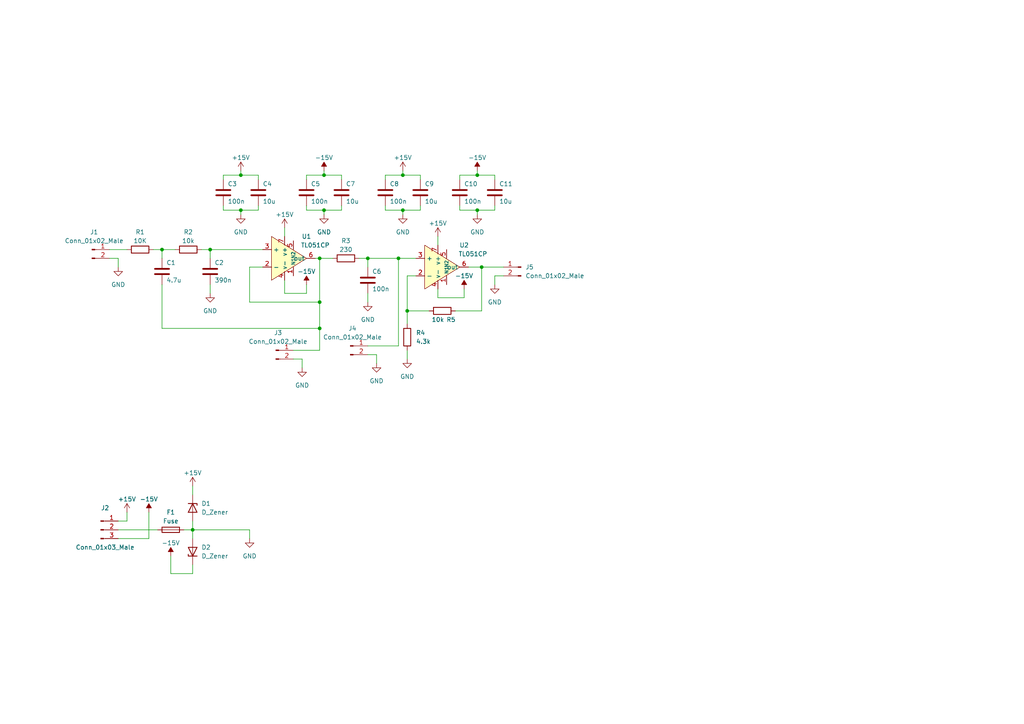
<source format=kicad_sch>
(kicad_sch (version 20211123) (generator eeschema)
  (paper "A4")
  (lib_symbols
    (symbol "Connector:Conn_01x02_Male" (pin_names (offset 1.016) hide)
      (property "Reference" "J" (at 0 2.54 0))
      (property "Value" "Conn_01x02_Male" (at 0 -5.08 0))
      (symbol "Conn_01x02_Male_1_1"
        (polyline (pts (xy 1.27 -2.54) (xy 0.8636 -2.54)) (stroke (width 0.1524)))
        (polyline (pts (xy 1.27 0) (xy 0.8636 0)) (stroke (width 0.1524)))
        (rectangle (start 0.8636 -2.413) (end 0 -2.667) (stroke (width 0.1524)) (fill (type outline)))
        (rectangle (start 0.8636 0.127) (end 0 -0.127) (stroke (width 0.1524)) (fill (type outline)))
        (pin passive line (at 5.08 0 180) (length 3.81) (name "Pin_1") (number "1"))
        (pin passive line (at 5.08 -2.54 180) (length 3.81) (name "Pin_2") (number "2"))
      )
    )
    (symbol "Connector:Conn_01x03_Male" (pin_names (offset 1.016) hide)
      (property "Reference" "J" (at 0 5.08 0))
      (property "Value" "Conn_01x03_Male" (at 0 -5.08 0))
      (symbol "Conn_01x03_Male_1_1"
        (polyline (pts (xy 1.27 -2.54) (xy 0.8636 -2.54)) (stroke (width 0.1524)))
        (polyline (pts (xy 1.27 0) (xy 0.8636 0)) (stroke (width 0.1524)))
        (polyline (pts (xy 1.27 2.54) (xy 0.8636 2.54)) (stroke (width 0.1524)))
        (rectangle (start 0.8636 -2.413) (end 0 -2.667) (stroke (width 0.1524)) (fill (type outline)))
        (rectangle (start 0.8636 0.127) (end 0 -0.127) (stroke (width 0.1524)) (fill (type outline)))
        (rectangle (start 0.8636 2.667) (end 0 2.413) (stroke (width 0.1524)) (fill (type outline)))
        (pin passive line (at 5.08 2.54 180) (length 3.81) (name "Pin_1") (number "1"))
        (pin passive line (at 5.08 0 180) (length 3.81) (name "Pin_2") (number "2"))
        (pin passive line (at 5.08 -2.54 180) (length 3.81) (name "Pin_3") (number "3"))
      )
    )
    (symbol "Device:C" (pin_numbers hide) (pin_names (offset 0.254))
      (property "Reference" "C" (at 0.635 2.54 0))
      (property "Value" "C" (at 0.635 -2.54 0))
      (symbol "C_0_1"
        (polyline (pts (xy -2.032 -0.762) (xy 2.032 -0.762)) (stroke (width 0.508)))
        (polyline (pts (xy -2.032 0.762) (xy 2.032 0.762)) (stroke (width 0.508)))
      )
      (symbol "C_1_1"
        (pin passive line (at 0 3.81 270) (length 2.794) (name "~") (number "1"))
        (pin passive line (at 0 -3.81 90) (length 2.794) (name "~") (number "2"))
      )
    )
    (symbol "Device:D_Zener" (pin_numbers hide) (pin_names (offset 1.016) hide)
      (property "Reference" "D" (at 0 2.54 0))
      (property "Value" "D_Zener" (at 0 -2.54 0))
      (symbol "D_Zener_0_1"
        (polyline (pts (xy 1.27 0) (xy -1.27 0)))
        (polyline (pts (xy -1.27 -1.27) (xy -1.27 1.27) (xy -0.762 1.27)) (stroke (width 0.254)))
        (polyline (pts (xy 1.27 -1.27) (xy 1.27 1.27) (xy -1.27 0) (xy 1.27 -1.27)) (stroke (width 0.254)))
      )
      (symbol "D_Zener_1_1"
        (pin passive line (at -3.81 0 0) (length 2.54) (name "K") (number "1"))
        (pin passive line (at 3.81 0 180) (length 2.54) (name "A") (number "2"))
      )
    )
    (symbol "Device:Fuse" (pin_numbers hide) (pin_names (offset 0))
      (property "Reference" "F" (at 2.032 0 90))
      (property "Value" "Fuse" (at -1.905 0 90))
      (symbol "Fuse_0_1"
        (rectangle (start -0.762 -2.54) (end 0.762 2.54) (stroke (width 0.254)))
        (polyline (pts (xy 0 2.54) (xy 0 -2.54)))
      )
      (symbol "Fuse_1_1"
        (pin passive line (at 0 3.81 270) (length 1.27) (name "~") (number "1"))
        (pin passive line (at 0 -3.81 90) (length 1.27) (name "~") (number "2"))
      )
    )
    (symbol "Device:R" (pin_numbers hide) (pin_names (offset 0))
      (property "Reference" "R" (at 2.032 0 90))
      (property "Value" "R" (at 0 0 90))
      (symbol "R_0_1"
        (rectangle (start -1.016 -2.54) (end 1.016 2.54) (stroke (width 0.254)))
      )
      (symbol "R_1_1"
        (pin passive line (at 0 3.81 270) (length 1.27) (name "~") (number "1"))
        (pin passive line (at 0 -3.81 90) (length 1.27) (name "~") (number "2"))
      )
    )
    (symbol "opamps:TL051CP"
      (property "Reference" "U" (at 5.08 5.08 0))
      (property "Value" "TL051CP" (at 8.89 2.54 0))
      (symbol "TL051CP_0_1"
        (polyline (pts (xy -3.81 5.08) (xy -3.81 -6.35) (xy 6.35 0) (xy -3.81 6.35) (xy -3.81 1.27)) (fill (type background)))
      )
      (symbol "TL051CP_1_1"
        (pin power_in line (at 2.54 -5.08 90) (length 2.54) (name "N1") (number "1"))
        (pin input line (at -6.35 -2.54 0) (length 2.54) (name "-") (number "2"))
        (pin input line (at -6.35 2.54 0) (length 2.54) (name "+") (number "3"))
        (pin power_in line (at 0 -6.35 90) (length 2.54) (name "v-") (number "4"))
        (pin power_in line (at 2.54 5.08 270) (length 2.54) (name "N2") (number "5"))
        (pin output line (at 8.89 0 180) (length 2.54) (name "out") (number "6"))
        (pin power_in line (at 0 6.35 270) (length 2.54) (name "v+") (number "7"))
      )
    )
    (symbol "power:+15V" (power) (pin_names (offset 0))
      (property "Value" "+15V" (at 0 3.556 0))
      (symbol "+15V_0_1"
        (polyline (pts (xy -0.762 1.27) (xy 0 2.54)))
        (polyline (pts (xy 0 0) (xy 0 2.54)))
        (polyline (pts (xy 0 2.54) (xy 0.762 1.27)))
      )
      (symbol "+15V_1_1"
        (pin power_in line (at 0 0 90) (length 0) hide (name "+15V") (number "1"))
      )
    )
    (symbol "power:-15V" (power) (pin_names (offset 0))
      (property "Value" "-15V" (at 0 3.81 0))
      (symbol "-15V_0_0"
        (pin power_in line (at 0 0 90) (length 0) hide (name "-15V") (number "1"))
      )
      (symbol "-15V_0_1"
        (polyline (pts (xy 0 0) (xy 0 1.27) (xy 0.762 1.27) (xy 0 2.54) (xy -0.762 1.27) (xy 0 1.27)) (fill (type outline)))
      )
    )
    (symbol "power:GND" (power) (pin_names (offset 0))
      (property "Value" "GND" (at 0 -3.81 0))
      (symbol "GND_0_1"
        (polyline (pts (xy 0 0) (xy 0 -1.27) (xy 1.27 -1.27) (xy 0 -2.54) (xy -1.27 -1.27) (xy 0 -1.27)))
      )
      (symbol "GND_1_1"
        (pin power_in line (at 0 0 270) (length 0) hide (name "GND") (number "1"))
      )
    )
  )
  (junction (at 116.84 60.96))
  (junction (at 106.68 74.93))
  (junction (at 46.99 72.39))
  (junction (at 138.43 60.96))
  (junction (at 139.7 77.47))
  (junction (at 92.71 87.63))
  (junction (at 118.11 90.17))
  (junction (at 93.98 50.8))
  (junction (at 60.96 72.39))
  (junction (at 69.85 50.8))
  (junction (at 55.88 153.67))
  (junction (at 138.43 50.8))
  (junction (at 93.98 60.96))
  (junction (at 116.84 50.8))
  (junction (at 92.71 95.25))
  (junction (at 92.71 74.93))
  (junction (at 69.85 60.96))
  (junction (at 115.57 74.93))
  (wire (pts (xy 46.99 72.39) (xy 46.99 74.93)))
  (wire (pts (xy 64.77 52.07) (xy 64.77 50.8)))
  (wire (pts (xy 116.84 60.96) (xy 121.92 60.96)))
  (wire (pts (xy 72.39 156.21) (xy 72.39 153.67)))
  (wire (pts (xy 99.06 50.8) (xy 99.06 52.07)))
  (wire (pts (xy 138.43 60.96) (xy 138.43 62.23)))
  (wire (pts (xy 82.55 66.04) (xy 82.55 68.58)))
  (wire (pts (xy 69.85 50.8) (xy 74.93 50.8)))
  (wire (pts (xy 106.68 100.33) (xy 115.57 100.33)))
  (wire (pts (xy 74.93 50.8) (xy 74.93 52.07)))
  (wire (pts (xy 135.89 77.47) (xy 139.7 77.47)))
  (wire (pts (xy 92.71 101.6) (xy 92.71 95.25)))
  (wire (pts (xy 143.51 50.8) (xy 143.51 52.07)))
  (wire (pts (xy 64.77 50.8) (xy 69.85 50.8)))
  (wire (pts (xy 116.84 49.53) (xy 116.84 50.8)))
  (wire (pts (xy 115.57 100.33) (xy 115.57 74.93)))
  (wire (pts (xy 36.83 151.13) (xy 36.83 148.59)))
  (wire (pts (xy 92.71 74.93) (xy 92.71 87.63)))
  (wire (pts (xy 88.9 85.09) (xy 88.9 82.55)))
  (wire (pts (xy 69.85 49.53) (xy 69.85 50.8)))
  (wire (pts (xy 143.51 80.01) (xy 146.05 80.01)))
  (wire (pts (xy 118.11 90.17) (xy 118.11 93.98)))
  (wire (pts (xy 60.96 72.39) (xy 76.2 72.39)))
  (wire (pts (xy 34.29 156.21) (xy 43.18 156.21)))
  (wire (pts (xy 55.88 153.67) (xy 55.88 156.21)))
  (wire (pts (xy 133.35 50.8) (xy 138.43 50.8)))
  (wire (pts (xy 55.88 153.67) (xy 55.88 151.13)))
  (wire (pts (xy 127 86.36) (xy 127 83.82)))
  (wire (pts (xy 118.11 80.01) (xy 118.11 90.17)))
  (wire (pts (xy 93.98 49.53) (xy 93.98 50.8)))
  (wire (pts (xy 72.39 77.47) (xy 72.39 87.63)))
  (wire (pts (xy 93.98 60.96) (xy 93.98 62.23)))
  (wire (pts (xy 55.88 163.83) (xy 55.88 166.37)))
  (wire (pts (xy 111.76 50.8) (xy 116.84 50.8)))
  (wire (pts (xy 143.51 60.96) (xy 143.51 59.69)))
  (wire (pts (xy 82.55 85.09) (xy 88.9 85.09)))
  (wire (pts (xy 64.77 60.96) (xy 69.85 60.96)))
  (wire (pts (xy 88.9 59.69) (xy 88.9 60.96)))
  (wire (pts (xy 74.93 60.96) (xy 74.93 59.69)))
  (wire (pts (xy 138.43 50.8) (xy 143.51 50.8)))
  (wire (pts (xy 69.85 60.96) (xy 69.85 62.23)))
  (wire (pts (xy 106.68 85.09) (xy 106.68 87.63)))
  (wire (pts (xy 121.92 50.8) (xy 121.92 52.07)))
  (wire (pts (xy 116.84 50.8) (xy 121.92 50.8)))
  (wire (pts (xy 111.76 59.69) (xy 111.76 60.96)))
  (wire (pts (xy 106.68 74.93) (xy 106.68 77.47)))
  (wire (pts (xy 139.7 90.17) (xy 139.7 77.47)))
  (wire (pts (xy 34.29 151.13) (xy 36.83 151.13)))
  (wire (pts (xy 99.06 60.96) (xy 99.06 59.69)))
  (wire (pts (xy 93.98 50.8) (xy 99.06 50.8)))
  (wire (pts (xy 34.29 74.93) (xy 34.29 77.47)))
  (wire (pts (xy 88.9 60.96) (xy 93.98 60.96)))
  (wire (pts (xy 106.68 74.93) (xy 115.57 74.93)))
  (wire (pts (xy 34.29 153.67) (xy 45.72 153.67)))
  (wire (pts (xy 109.22 102.87) (xy 109.22 105.41)))
  (wire (pts (xy 143.51 82.55) (xy 143.51 80.01)))
  (wire (pts (xy 127 68.58) (xy 127 71.12)))
  (wire (pts (xy 88.9 50.8) (xy 93.98 50.8)))
  (wire (pts (xy 31.75 74.93) (xy 34.29 74.93)))
  (wire (pts (xy 43.18 156.21) (xy 43.18 148.59)))
  (wire (pts (xy 31.75 72.39) (xy 36.83 72.39)))
  (wire (pts (xy 118.11 101.6) (xy 118.11 104.14)))
  (wire (pts (xy 111.76 52.07) (xy 111.76 50.8)))
  (wire (pts (xy 93.98 60.96) (xy 99.06 60.96)))
  (wire (pts (xy 138.43 60.96) (xy 143.51 60.96)))
  (wire (pts (xy 111.76 60.96) (xy 116.84 60.96)))
  (wire (pts (xy 72.39 87.63) (xy 92.71 87.63)))
  (wire (pts (xy 134.62 83.82) (xy 134.62 86.36)))
  (wire (pts (xy 60.96 82.55) (xy 60.96 85.09)))
  (wire (pts (xy 92.71 74.93) (xy 91.44 74.93)))
  (wire (pts (xy 55.88 140.97) (xy 55.88 143.51)))
  (wire (pts (xy 133.35 59.69) (xy 133.35 60.96)))
  (wire (pts (xy 46.99 72.39) (xy 50.8 72.39)))
  (wire (pts (xy 46.99 95.25) (xy 92.71 95.25)))
  (wire (pts (xy 87.63 104.14) (xy 87.63 106.68)))
  (wire (pts (xy 134.62 86.36) (xy 127 86.36)))
  (wire (pts (xy 138.43 49.53) (xy 138.43 50.8)))
  (wire (pts (xy 46.99 82.55) (xy 46.99 95.25)))
  (wire (pts (xy 82.55 85.09) (xy 82.55 81.28)))
  (wire (pts (xy 116.84 60.96) (xy 116.84 62.23)))
  (wire (pts (xy 55.88 153.67) (xy 72.39 153.67)))
  (wire (pts (xy 118.11 90.17) (xy 124.46 90.17)))
  (wire (pts (xy 115.57 74.93) (xy 120.65 74.93)))
  (wire (pts (xy 85.09 101.6) (xy 92.71 101.6)))
  (wire (pts (xy 133.35 52.07) (xy 133.35 50.8)))
  (wire (pts (xy 92.71 74.93) (xy 96.52 74.93)))
  (wire (pts (xy 132.08 90.17) (xy 139.7 90.17)))
  (wire (pts (xy 104.14 74.93) (xy 106.68 74.93)))
  (wire (pts (xy 121.92 60.96) (xy 121.92 59.69)))
  (wire (pts (xy 60.96 72.39) (xy 60.96 74.93)))
  (wire (pts (xy 133.35 60.96) (xy 138.43 60.96)))
  (wire (pts (xy 44.45 72.39) (xy 46.99 72.39)))
  (wire (pts (xy 49.53 166.37) (xy 49.53 161.29)))
  (wire (pts (xy 139.7 77.47) (xy 146.05 77.47)))
  (wire (pts (xy 58.42 72.39) (xy 60.96 72.39)))
  (wire (pts (xy 106.68 102.87) (xy 109.22 102.87)))
  (wire (pts (xy 88.9 52.07) (xy 88.9 50.8)))
  (wire (pts (xy 53.34 153.67) (xy 55.88 153.67)))
  (wire (pts (xy 69.85 60.96) (xy 74.93 60.96)))
  (wire (pts (xy 76.2 77.47) (xy 72.39 77.47)))
  (wire (pts (xy 55.88 166.37) (xy 49.53 166.37)))
  (wire (pts (xy 85.09 104.14) (xy 87.63 104.14)))
  (wire (pts (xy 92.71 95.25) (xy 92.71 87.63)))
  (wire (pts (xy 120.65 80.01) (xy 118.11 80.01)))
  (wire (pts (xy 64.77 59.69) (xy 64.77 60.96)))
  (symbol (lib_id "Device:R") (at 118.11 97.79 0) (unit 1)
    (property "Reference" "R4" (at 120.65 96.5199 0) (effects (justify left)))
    (property "Value" "4.3k" (at 120.65 99.0599 0) (effects (justify left)))
    (property "Footprint" "Resistor_SMD:R_0805_2012Metric_Pad1.20x1.40mm_HandSolder" (effects hide))
  )
  (symbol (lib_id "power:+15V") (at 82.55 66.04 0) (unit 1)
    (property "Reference" "#PWR08" (effects hide))
    (property "Value" "+15V" (at 82.55 62.23 0))
  )
  (symbol (lib_id "Device:Fuse") (at 49.53 153.67 90) (unit 1)
    (property "Reference" "F1" (at 49.53 148.59 90))
    (property "Value" "Fuse" (at 49.53 151.13 90))
    (property "Footprint" "Fuse:Fuse_0805_2012Metric_Pad1.15x1.40mm_HandSolder" (effects hide))
  )
  (symbol (lib_id "power:-15V") (at 93.98 49.53 0) (unit 1)
    (property "Reference" "#PWR015" (effects hide))
    (property "Value" "-15V" (at 93.98 45.72 0))
  )
  (symbol (lib_id "Device:D_Zener") (at 55.88 147.32 270) (unit 1)
    (property "Reference" "D1" (at 58.42 146.0499 90) (effects (justify left)))
    (property "Value" "D_Zener" (at 58.42 148.5899 90) (effects (justify left)))
    (property "Footprint" "Diode_SMD:D_SOD-323_HandSoldering" (effects hide))
  )
  (symbol (lib_id "power:-15V") (at 134.62 83.82 0) (unit 1)
    (property "Reference" "#PWR021" (effects hide))
    (property "Value" "-15V" (at 134.62 80.01 0))
  )
  (symbol (lib_id "Connector:Conn_01x02_Male") (at 80.01 101.6 0) (unit 1)
    (property "Reference" "J3" (at 80.645 96.52 0))
    (property "Value" "Conn_01x02_Male" (at 80.645 99.06 0))
    (property "Footprint" "Connector_PinSocket_2.54mm:PinSocket_1x02_P2.54mm_Vertical" (effects hide))
  )
  (symbol (lib_id "power:GND") (at 34.29 77.47 0) (unit 1)
    (property "Reference" "#PWR01" (effects hide))
    (property "Value" "GND" (at 34.29 82.55 0))
  )
  (symbol (lib_id "power:GND") (at 69.85 62.23 0) (unit 1)
    (property "Reference" "#PWR010" (effects hide))
    (property "Value" "GND" (at 69.85 67.31 0))
  )
  (symbol (lib_id "Device:C") (at 111.76 55.88 0) (unit 1)
    (property "Reference" "C8" (at 113.03 53.34 0) (effects (justify left)))
    (property "Value" "100n" (at 113.03 58.42 0) (effects (justify left)))
    (property "Footprint" "Capacitor_SMD:C_0805_2012Metric_Pad1.18x1.45mm_HandSolder" (effects hide))
  )
  (symbol (lib_id "power:GND") (at 87.63 106.68 0) (unit 1)
    (property "Reference" "#PWR011" (effects hide))
    (property "Value" "GND" (at 87.63 111.76 0))
  )
  (symbol (lib_id "opamps:TL051CP") (at 127 77.47 0) (unit 1)
    (property "Reference" "U2" (at 134.62 71.12 0))
    (property "Value" "TL051CP" (at 137.16 73.66 0))
    (property "Footprint" "Package_DIP:DIP-8_W7.62mm_Socket_LongPads" (effects hide))
  )
  (symbol (lib_id "power:GND") (at 106.68 87.63 0) (unit 1)
    (property "Reference" "#PWR013" (effects hide))
    (property "Value" "GND" (at 106.68 92.71 0))
  )
  (symbol (lib_id "Device:C") (at 133.35 55.88 0) (unit 1)
    (property "Reference" "C10" (at 134.62 53.34 0) (effects (justify left)))
    (property "Value" "100n" (at 134.62 58.42 0) (effects (justify left)))
    (property "Footprint" "Capacitor_SMD:C_0805_2012Metric_Pad1.18x1.45mm_HandSolder" (effects hide))
  )
  (symbol (lib_id "power:GND") (at 72.39 156.21 0) (unit 1)
    (property "Reference" "#PWR07" (effects hide))
    (property "Value" "GND" (at 72.39 161.29 0))
  )
  (symbol (lib_id "power:-15V") (at 43.18 148.59 0) (unit 1)
    (property "Reference" "#PWR03" (effects hide))
    (property "Value" "-15V" (at 43.18 144.78 0))
  )
  (symbol (lib_id "power:-15V") (at 138.43 49.53 0) (unit 1)
    (property "Reference" "#PWR023" (effects hide))
    (property "Value" "-15V" (at 138.43 45.72 0))
  )
  (symbol (lib_id "Device:C") (at 88.9 55.88 0) (unit 1)
    (property "Reference" "C5" (at 90.17 53.34 0) (effects (justify left)))
    (property "Value" "100n" (at 90.17 58.42 0) (effects (justify left)))
    (property "Footprint" "Capacitor_SMD:C_0805_2012Metric_Pad1.18x1.45mm_HandSolder" (effects hide))
  )
  (symbol (lib_id "Device:C") (at 74.93 55.88 0) (unit 1)
    (property "Reference" "C4" (at 76.2 53.34 0) (effects (justify left)))
    (property "Value" "10u" (at 76.2 58.42 0) (effects (justify left)))
    (property "Footprint" "Capacitor_SMD:C_1206_3216Metric_Pad1.33x1.80mm_HandSolder" (effects hide))
  )
  (symbol (lib_id "Device:D_Zener") (at 55.88 160.02 90) (unit 1)
    (property "Reference" "D2" (at 58.42 158.7499 90) (effects (justify right)))
    (property "Value" "D_Zener" (at 58.42 161.2899 90) (effects (justify right)))
    (property "Footprint" "Diode_SMD:D_SOD-323_HandSoldering" (effects hide))
  )
  (symbol (lib_id "power:+15V") (at 116.84 49.53 0) (unit 1)
    (property "Reference" "#PWR019" (effects hide))
    (property "Value" "+15V" (at 116.84 45.72 0))
  )
  (symbol (lib_id "power:GND") (at 138.43 62.23 0) (unit 1)
    (property "Reference" "#PWR024" (effects hide))
    (property "Value" "GND" (at 138.43 67.31 0))
  )
  (symbol (lib_id "Device:R") (at 40.64 72.39 90) (unit 1)
    (property "Reference" "R1" (at 40.64 67.31 90))
    (property "Value" "10K" (at 40.64 69.85 90))
    (property "Footprint" "Resistor_SMD:R_0805_2012Metric_Pad1.20x1.40mm_HandSolder" (effects hide))
  )
  (symbol (lib_id "Device:C") (at 60.96 78.74 0) (unit 1)
    (property "Reference" "C2" (at 62.23 76.2 0) (effects (justify left)))
    (property "Value" "390n" (at 62.23 81.28 0) (effects (justify left)))
    (property "Footprint" "Capacitor_SMD:C_0805_2012Metric_Pad1.18x1.45mm_HandSolder" (effects hide))
  )
  (symbol (lib_id "power:GND") (at 116.84 62.23 0) (unit 1)
    (property "Reference" "#PWR020" (effects hide))
    (property "Value" "GND" (at 116.84 67.31 0))
  )
  (symbol (lib_id "Device:C") (at 121.92 55.88 0) (unit 1)
    (property "Reference" "C9" (at 123.19 53.34 0) (effects (justify left)))
    (property "Value" "10u" (at 123.19 58.42 0) (effects (justify left)))
    (property "Footprint" "Capacitor_SMD:C_1206_3216Metric_Pad1.33x1.80mm_HandSolder" (effects hide))
  )
  (symbol (lib_id "opamps:TL051CP") (at 82.55 74.93 0) (unit 1)
    (property "Reference" "U1" (at 88.9 68.58 0))
    (property "Value" "TL051CP" (at 91.44 71.12 0))
    (property "Footprint" "Package_DIP:DIP-8_W7.62mm_Socket_LongPads" (effects hide))
  )
  (symbol (lib_id "Connector:Conn_01x02_Male") (at 101.6 100.33 0) (unit 1)
    (property "Reference" "J4" (at 102.235 95.25 0))
    (property "Value" "Conn_01x02_Male" (at 102.235 97.79 0))
    (property "Footprint" "Connector_PinSocket_2.54mm:PinSocket_1x02_P2.54mm_Vertical" (effects hide))
  )
  (symbol (lib_id "Device:C") (at 143.51 55.88 0) (unit 1)
    (property "Reference" "C11" (at 144.78 53.34 0) (effects (justify left)))
    (property "Value" "10u" (at 144.78 58.42 0) (effects (justify left)))
    (property "Footprint" "Capacitor_SMD:C_1206_3216Metric_Pad1.33x1.80mm_HandSolder" (effects hide))
  )
  (symbol (lib_id "Device:C") (at 99.06 55.88 0) (unit 1)
    (property "Reference" "C7" (at 100.33 53.34 0) (effects (justify left)))
    (property "Value" "10u" (at 100.33 58.42 0) (effects (justify left)))
    (property "Footprint" "Capacitor_SMD:C_1206_3216Metric_Pad1.33x1.80mm_HandSolder" (effects hide))
  )
  (symbol (lib_id "Device:C") (at 106.68 81.28 0) (unit 1)
    (property "Reference" "C6" (at 107.95 78.74 0) (effects (justify left)))
    (property "Value" "100n" (at 107.95 83.82 0) (effects (justify left)))
    (property "Footprint" "Capacitor_SMD:C_0805_2012Metric_Pad1.18x1.45mm_HandSolder" (effects hide))
  )
  (symbol (lib_id "power:+15V") (at 69.85 49.53 0) (unit 1)
    (property "Reference" "#PWR09" (effects hide))
    (property "Value" "+15V" (at 69.85 45.72 0))
  )
  (symbol (lib_id "Device:C") (at 64.77 55.88 0) (unit 1)
    (property "Reference" "C3" (at 66.04 53.34 0) (effects (justify left)))
    (property "Value" "100n" (at 66.04 58.42 0) (effects (justify left)))
    (property "Footprint" "Capacitor_SMD:C_0805_2012Metric_Pad1.18x1.45mm_HandSolder" (effects hide))
  )
  (symbol (lib_id "Connector:Conn_01x02_Male") (at 26.67 72.39 0) (unit 1)
    (property "Reference" "J1" (at 27.305 67.31 0))
    (property "Value" "Conn_01x02_Male" (at 27.305 69.85 0))
    (property "Footprint" "Connector_PinSocket_2.54mm:PinSocket_1x02_P2.54mm_Vertical" (effects hide))
  )
  (symbol (lib_id "power:GND") (at 93.98 62.23 0) (unit 1)
    (property "Reference" "#PWR016" (effects hide))
    (property "Value" "GND" (at 93.98 67.31 0))
  )
  (symbol (lib_id "power:+15V") (at 55.88 140.97 0) (unit 1)
    (property "Reference" "#PWR05" (effects hide))
    (property "Value" "+15V" (at 55.88 137.16 0))
  )
  (symbol (lib_id "Device:C") (at 46.99 78.74 0) (unit 1)
    (property "Reference" "C1" (at 48.26 76.2 0) (effects (justify left)))
    (property "Value" "4.7u" (at 48.26 81.28 0) (effects (justify left)))
    (property "Footprint" "Capacitor_SMD:C_0805_2012Metric_Pad1.18x1.45mm_HandSolder" (effects hide))
  )
  (symbol (lib_id "power:GND") (at 60.96 85.09 0) (unit 1)
    (property "Reference" "#PWR06" (effects hide))
    (property "Value" "GND" (at 60.96 90.17 0))
  )
  (symbol (lib_id "power:GND") (at 109.22 105.41 0) (unit 1)
    (property "Reference" "#PWR014" (effects hide))
    (property "Value" "GND" (at 109.22 110.49 0))
  )
  (symbol (lib_id "Device:R") (at 128.27 90.17 270) (unit 1)
    (property "Reference" "R5" (at 130.81 92.71 90))
    (property "Value" "10k" (at 127 92.71 90))
    (property "Footprint" "Resistor_SMD:R_0805_2012Metric_Pad1.20x1.40mm_HandSolder" (effects hide))
  )
  (symbol (lib_id "power:GND") (at 143.51 82.55 0) (unit 1)
    (property "Reference" "#PWR022" (effects hide))
    (property "Value" "GND" (at 143.51 87.63 0))
  )
  (symbol (lib_id "power:+15V") (at 127 68.58 0) (unit 1)
    (property "Reference" "#PWR018" (effects hide))
    (property "Value" "+15V" (at 127 64.77 0))
  )
  (symbol (lib_id "power:-15V") (at 88.9 82.55 0) (unit 1)
    (property "Reference" "#PWR012" (effects hide))
    (property "Value" "-15V" (at 88.9 78.74 0))
  )
  (symbol (lib_id "Connector:Conn_01x03_Male") (at 29.21 153.67 0) (unit 1)
    (property "Reference" "J2" (at 30.48 147.32 0))
    (property "Value" "Conn_01x03_Male" (at 30.48 158.75 0))
    (property "Footprint" "Connector_PinSocket_2.54mm:PinSocket_1x03_P2.54mm_Vertical" (effects hide))
  )
  (symbol (lib_id "Connector:Conn_01x02_Male") (at 151.13 77.47 0) (mirror y) (unit 1)
    (property "Reference" "J5" (at 152.4 77.4699 0) (effects (justify right)))
    (property "Value" "Conn_01x02_Male" (at 152.4 80.0099 0) (effects (justify right)))
    (property "Footprint" "Connector_PinSocket_2.54mm:PinSocket_1x02_P2.54mm_Vertical" (effects hide))
  )
  (symbol (lib_id "Device:R") (at 54.61 72.39 90) (unit 1)
    (property "Reference" "R2" (at 54.61 67.31 90))
    (property "Value" "10k" (at 54.61 69.85 90))
    (property "Footprint" "Resistor_SMD:R_0805_2012Metric_Pad1.20x1.40mm_HandSolder" (effects hide))
  )
  (symbol (lib_id "power:+15V") (at 36.83 148.59 0) (unit 1)
    (property "Reference" "#PWR02" (effects hide))
    (property "Value" "+15V" (at 36.83 144.78 0))
  )
  (symbol (lib_id "Device:R") (at 100.33 74.93 90) (unit 1)
    (property "Reference" "R3" (at 100.33 69.85 90))
    (property "Value" "230" (at 100.33 72.39 90))
    (property "Footprint" "Resistor_SMD:R_0805_2012Metric_Pad1.20x1.40mm_HandSolder" (effects hide))
  )
  (symbol (lib_id "power:GND") (at 118.11 104.14 0) (unit 1)
    (property "Reference" "#PWR017" (effects hide))
    (property "Value" "GND" (at 118.11 109.22 0))
  )
  (symbol (lib_id "power:-15V") (at 49.53 161.29 0) (unit 1)
    (property "Reference" "#PWR04" (effects hide))
    (property "Value" "-15V" (at 49.53 157.48 0))
  )
)
</source>
